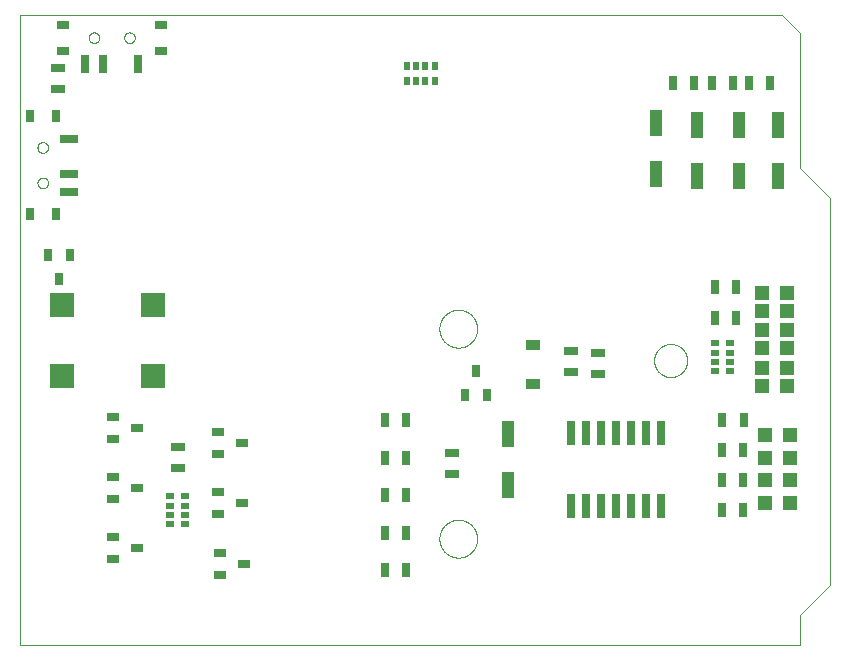
<source format=gtp>
G75*
%MOIN*%
%OFA0B0*%
%FSLAX25Y25*%
%IPPOS*%
%LPD*%
%AMOC8*
5,1,8,0,0,1.08239X$1,22.5*
%
%ADD10C,0.00004*%
%ADD11R,0.03150X0.04724*%
%ADD12R,0.04724X0.03150*%
%ADD13R,0.04200X0.08600*%
%ADD14R,0.04724X0.04724*%
%ADD15R,0.03150X0.03937*%
%ADD16R,0.05906X0.02756*%
%ADD17C,0.00000*%
%ADD18R,0.04803X0.03583*%
%ADD19R,0.02500X0.04000*%
%ADD20R,0.02600X0.08000*%
%ADD21R,0.04000X0.02500*%
%ADD22R,0.07874X0.07874*%
%ADD23R,0.02559X0.01969*%
%ADD24R,0.01969X0.02559*%
%ADD25R,0.03937X0.03150*%
%ADD26R,0.02756X0.05906*%
D10*
X0016500Y0005000D02*
X0276500Y0005000D01*
X0276500Y0015000D01*
X0286500Y0025000D01*
X0286500Y0154000D01*
X0276500Y0164000D01*
X0276500Y0209000D01*
X0270500Y0215000D01*
X0016500Y0215000D01*
X0016500Y0005000D01*
D11*
X0137957Y0030000D03*
X0145043Y0030000D03*
X0145043Y0042500D03*
X0137957Y0042500D03*
X0137957Y0055000D03*
X0145043Y0055000D03*
X0145043Y0067500D03*
X0137957Y0067500D03*
X0137957Y0080000D03*
X0145043Y0080000D03*
X0247957Y0114000D03*
X0255043Y0114000D03*
X0255043Y0124500D03*
X0247957Y0124500D03*
X0250557Y0080000D03*
X0257643Y0080000D03*
X0257543Y0070000D03*
X0250457Y0070000D03*
X0250457Y0060000D03*
X0257543Y0060000D03*
X0257543Y0050000D03*
X0250457Y0050000D03*
X0246957Y0192500D03*
X0241043Y0192500D03*
X0233957Y0192500D03*
X0254043Y0192500D03*
X0259457Y0192500D03*
X0266543Y0192500D03*
D12*
X0209000Y0102543D03*
X0209000Y0095457D03*
X0200000Y0095957D03*
X0200000Y0103043D03*
X0160500Y0069043D03*
X0160500Y0061957D03*
X0069000Y0063957D03*
X0069000Y0071043D03*
X0029000Y0190457D03*
X0029000Y0197543D03*
D13*
X0179000Y0075500D03*
X0179000Y0058500D03*
X0228500Y0162000D03*
X0242000Y0161500D03*
X0256000Y0161500D03*
X0269000Y0161500D03*
X0269000Y0178500D03*
X0256000Y0178500D03*
X0242000Y0178500D03*
X0228500Y0179000D03*
D14*
X0263866Y0122500D03*
X0263866Y0116500D03*
X0263866Y0110000D03*
X0263866Y0104000D03*
X0263866Y0097500D03*
X0263866Y0091500D03*
X0272134Y0091500D03*
X0272134Y0097500D03*
X0272134Y0104000D03*
X0272134Y0110000D03*
X0272134Y0116500D03*
X0272134Y0122500D03*
X0273134Y0075000D03*
X0264866Y0075000D03*
X0264866Y0067500D03*
X0264866Y0060000D03*
X0273134Y0060000D03*
X0273134Y0067500D03*
X0273134Y0052500D03*
X0264866Y0052500D03*
D15*
X0028331Y0148661D03*
X0019669Y0148661D03*
X0019669Y0181339D03*
X0028331Y0181339D03*
D16*
X0032858Y0173858D03*
X0032858Y0162047D03*
X0032858Y0156142D03*
D17*
X0022228Y0159094D02*
X0022230Y0159178D01*
X0022236Y0159261D01*
X0022246Y0159344D01*
X0022260Y0159427D01*
X0022277Y0159509D01*
X0022299Y0159590D01*
X0022324Y0159669D01*
X0022353Y0159748D01*
X0022386Y0159825D01*
X0022422Y0159900D01*
X0022462Y0159974D01*
X0022505Y0160046D01*
X0022552Y0160115D01*
X0022602Y0160182D01*
X0022655Y0160247D01*
X0022711Y0160309D01*
X0022769Y0160369D01*
X0022831Y0160426D01*
X0022895Y0160479D01*
X0022962Y0160530D01*
X0023031Y0160577D01*
X0023102Y0160622D01*
X0023175Y0160662D01*
X0023250Y0160699D01*
X0023327Y0160733D01*
X0023405Y0160763D01*
X0023484Y0160789D01*
X0023565Y0160812D01*
X0023647Y0160830D01*
X0023729Y0160845D01*
X0023812Y0160856D01*
X0023895Y0160863D01*
X0023979Y0160866D01*
X0024063Y0160865D01*
X0024146Y0160860D01*
X0024230Y0160851D01*
X0024312Y0160838D01*
X0024394Y0160822D01*
X0024475Y0160801D01*
X0024556Y0160777D01*
X0024634Y0160749D01*
X0024712Y0160717D01*
X0024788Y0160681D01*
X0024862Y0160642D01*
X0024934Y0160600D01*
X0025004Y0160554D01*
X0025072Y0160505D01*
X0025137Y0160453D01*
X0025200Y0160398D01*
X0025260Y0160340D01*
X0025318Y0160279D01*
X0025372Y0160215D01*
X0025424Y0160149D01*
X0025472Y0160081D01*
X0025517Y0160010D01*
X0025558Y0159937D01*
X0025597Y0159863D01*
X0025631Y0159787D01*
X0025662Y0159709D01*
X0025689Y0159630D01*
X0025713Y0159549D01*
X0025732Y0159468D01*
X0025748Y0159386D01*
X0025760Y0159303D01*
X0025768Y0159219D01*
X0025772Y0159136D01*
X0025772Y0159052D01*
X0025768Y0158969D01*
X0025760Y0158885D01*
X0025748Y0158802D01*
X0025732Y0158720D01*
X0025713Y0158639D01*
X0025689Y0158558D01*
X0025662Y0158479D01*
X0025631Y0158401D01*
X0025597Y0158325D01*
X0025558Y0158251D01*
X0025517Y0158178D01*
X0025472Y0158107D01*
X0025424Y0158039D01*
X0025372Y0157973D01*
X0025318Y0157909D01*
X0025260Y0157848D01*
X0025200Y0157790D01*
X0025137Y0157735D01*
X0025072Y0157683D01*
X0025004Y0157634D01*
X0024934Y0157588D01*
X0024862Y0157546D01*
X0024788Y0157507D01*
X0024712Y0157471D01*
X0024634Y0157439D01*
X0024556Y0157411D01*
X0024475Y0157387D01*
X0024394Y0157366D01*
X0024312Y0157350D01*
X0024230Y0157337D01*
X0024146Y0157328D01*
X0024063Y0157323D01*
X0023979Y0157322D01*
X0023895Y0157325D01*
X0023812Y0157332D01*
X0023729Y0157343D01*
X0023647Y0157358D01*
X0023565Y0157376D01*
X0023484Y0157399D01*
X0023405Y0157425D01*
X0023327Y0157455D01*
X0023250Y0157489D01*
X0023175Y0157526D01*
X0023102Y0157566D01*
X0023031Y0157611D01*
X0022962Y0157658D01*
X0022895Y0157709D01*
X0022831Y0157762D01*
X0022769Y0157819D01*
X0022711Y0157879D01*
X0022655Y0157941D01*
X0022602Y0158006D01*
X0022552Y0158073D01*
X0022505Y0158142D01*
X0022462Y0158214D01*
X0022422Y0158288D01*
X0022386Y0158363D01*
X0022353Y0158440D01*
X0022324Y0158519D01*
X0022299Y0158598D01*
X0022277Y0158679D01*
X0022260Y0158761D01*
X0022246Y0158844D01*
X0022236Y0158927D01*
X0022230Y0159010D01*
X0022228Y0159094D01*
X0022228Y0170906D02*
X0022230Y0170990D01*
X0022236Y0171073D01*
X0022246Y0171156D01*
X0022260Y0171239D01*
X0022277Y0171321D01*
X0022299Y0171402D01*
X0022324Y0171481D01*
X0022353Y0171560D01*
X0022386Y0171637D01*
X0022422Y0171712D01*
X0022462Y0171786D01*
X0022505Y0171858D01*
X0022552Y0171927D01*
X0022602Y0171994D01*
X0022655Y0172059D01*
X0022711Y0172121D01*
X0022769Y0172181D01*
X0022831Y0172238D01*
X0022895Y0172291D01*
X0022962Y0172342D01*
X0023031Y0172389D01*
X0023102Y0172434D01*
X0023175Y0172474D01*
X0023250Y0172511D01*
X0023327Y0172545D01*
X0023405Y0172575D01*
X0023484Y0172601D01*
X0023565Y0172624D01*
X0023647Y0172642D01*
X0023729Y0172657D01*
X0023812Y0172668D01*
X0023895Y0172675D01*
X0023979Y0172678D01*
X0024063Y0172677D01*
X0024146Y0172672D01*
X0024230Y0172663D01*
X0024312Y0172650D01*
X0024394Y0172634D01*
X0024475Y0172613D01*
X0024556Y0172589D01*
X0024634Y0172561D01*
X0024712Y0172529D01*
X0024788Y0172493D01*
X0024862Y0172454D01*
X0024934Y0172412D01*
X0025004Y0172366D01*
X0025072Y0172317D01*
X0025137Y0172265D01*
X0025200Y0172210D01*
X0025260Y0172152D01*
X0025318Y0172091D01*
X0025372Y0172027D01*
X0025424Y0171961D01*
X0025472Y0171893D01*
X0025517Y0171822D01*
X0025558Y0171749D01*
X0025597Y0171675D01*
X0025631Y0171599D01*
X0025662Y0171521D01*
X0025689Y0171442D01*
X0025713Y0171361D01*
X0025732Y0171280D01*
X0025748Y0171198D01*
X0025760Y0171115D01*
X0025768Y0171031D01*
X0025772Y0170948D01*
X0025772Y0170864D01*
X0025768Y0170781D01*
X0025760Y0170697D01*
X0025748Y0170614D01*
X0025732Y0170532D01*
X0025713Y0170451D01*
X0025689Y0170370D01*
X0025662Y0170291D01*
X0025631Y0170213D01*
X0025597Y0170137D01*
X0025558Y0170063D01*
X0025517Y0169990D01*
X0025472Y0169919D01*
X0025424Y0169851D01*
X0025372Y0169785D01*
X0025318Y0169721D01*
X0025260Y0169660D01*
X0025200Y0169602D01*
X0025137Y0169547D01*
X0025072Y0169495D01*
X0025004Y0169446D01*
X0024934Y0169400D01*
X0024862Y0169358D01*
X0024788Y0169319D01*
X0024712Y0169283D01*
X0024634Y0169251D01*
X0024556Y0169223D01*
X0024475Y0169199D01*
X0024394Y0169178D01*
X0024312Y0169162D01*
X0024230Y0169149D01*
X0024146Y0169140D01*
X0024063Y0169135D01*
X0023979Y0169134D01*
X0023895Y0169137D01*
X0023812Y0169144D01*
X0023729Y0169155D01*
X0023647Y0169170D01*
X0023565Y0169188D01*
X0023484Y0169211D01*
X0023405Y0169237D01*
X0023327Y0169267D01*
X0023250Y0169301D01*
X0023175Y0169338D01*
X0023102Y0169378D01*
X0023031Y0169423D01*
X0022962Y0169470D01*
X0022895Y0169521D01*
X0022831Y0169574D01*
X0022769Y0169631D01*
X0022711Y0169691D01*
X0022655Y0169753D01*
X0022602Y0169818D01*
X0022552Y0169885D01*
X0022505Y0169954D01*
X0022462Y0170026D01*
X0022422Y0170100D01*
X0022386Y0170175D01*
X0022353Y0170252D01*
X0022324Y0170331D01*
X0022299Y0170410D01*
X0022277Y0170491D01*
X0022260Y0170573D01*
X0022246Y0170656D01*
X0022236Y0170739D01*
X0022230Y0170822D01*
X0022228Y0170906D01*
X0039322Y0207500D02*
X0039324Y0207584D01*
X0039330Y0207667D01*
X0039340Y0207750D01*
X0039354Y0207833D01*
X0039371Y0207915D01*
X0039393Y0207996D01*
X0039418Y0208075D01*
X0039447Y0208154D01*
X0039480Y0208231D01*
X0039516Y0208306D01*
X0039556Y0208380D01*
X0039599Y0208452D01*
X0039646Y0208521D01*
X0039696Y0208588D01*
X0039749Y0208653D01*
X0039805Y0208715D01*
X0039863Y0208775D01*
X0039925Y0208832D01*
X0039989Y0208885D01*
X0040056Y0208936D01*
X0040125Y0208983D01*
X0040196Y0209028D01*
X0040269Y0209068D01*
X0040344Y0209105D01*
X0040421Y0209139D01*
X0040499Y0209169D01*
X0040578Y0209195D01*
X0040659Y0209218D01*
X0040741Y0209236D01*
X0040823Y0209251D01*
X0040906Y0209262D01*
X0040989Y0209269D01*
X0041073Y0209272D01*
X0041157Y0209271D01*
X0041240Y0209266D01*
X0041324Y0209257D01*
X0041406Y0209244D01*
X0041488Y0209228D01*
X0041569Y0209207D01*
X0041650Y0209183D01*
X0041728Y0209155D01*
X0041806Y0209123D01*
X0041882Y0209087D01*
X0041956Y0209048D01*
X0042028Y0209006D01*
X0042098Y0208960D01*
X0042166Y0208911D01*
X0042231Y0208859D01*
X0042294Y0208804D01*
X0042354Y0208746D01*
X0042412Y0208685D01*
X0042466Y0208621D01*
X0042518Y0208555D01*
X0042566Y0208487D01*
X0042611Y0208416D01*
X0042652Y0208343D01*
X0042691Y0208269D01*
X0042725Y0208193D01*
X0042756Y0208115D01*
X0042783Y0208036D01*
X0042807Y0207955D01*
X0042826Y0207874D01*
X0042842Y0207792D01*
X0042854Y0207709D01*
X0042862Y0207625D01*
X0042866Y0207542D01*
X0042866Y0207458D01*
X0042862Y0207375D01*
X0042854Y0207291D01*
X0042842Y0207208D01*
X0042826Y0207126D01*
X0042807Y0207045D01*
X0042783Y0206964D01*
X0042756Y0206885D01*
X0042725Y0206807D01*
X0042691Y0206731D01*
X0042652Y0206657D01*
X0042611Y0206584D01*
X0042566Y0206513D01*
X0042518Y0206445D01*
X0042466Y0206379D01*
X0042412Y0206315D01*
X0042354Y0206254D01*
X0042294Y0206196D01*
X0042231Y0206141D01*
X0042166Y0206089D01*
X0042098Y0206040D01*
X0042028Y0205994D01*
X0041956Y0205952D01*
X0041882Y0205913D01*
X0041806Y0205877D01*
X0041728Y0205845D01*
X0041650Y0205817D01*
X0041569Y0205793D01*
X0041488Y0205772D01*
X0041406Y0205756D01*
X0041324Y0205743D01*
X0041240Y0205734D01*
X0041157Y0205729D01*
X0041073Y0205728D01*
X0040989Y0205731D01*
X0040906Y0205738D01*
X0040823Y0205749D01*
X0040741Y0205764D01*
X0040659Y0205782D01*
X0040578Y0205805D01*
X0040499Y0205831D01*
X0040421Y0205861D01*
X0040344Y0205895D01*
X0040269Y0205932D01*
X0040196Y0205972D01*
X0040125Y0206017D01*
X0040056Y0206064D01*
X0039989Y0206115D01*
X0039925Y0206168D01*
X0039863Y0206225D01*
X0039805Y0206285D01*
X0039749Y0206347D01*
X0039696Y0206412D01*
X0039646Y0206479D01*
X0039599Y0206548D01*
X0039556Y0206620D01*
X0039516Y0206694D01*
X0039480Y0206769D01*
X0039447Y0206846D01*
X0039418Y0206925D01*
X0039393Y0207004D01*
X0039371Y0207085D01*
X0039354Y0207167D01*
X0039340Y0207250D01*
X0039330Y0207333D01*
X0039324Y0207416D01*
X0039322Y0207500D01*
X0051134Y0207500D02*
X0051136Y0207584D01*
X0051142Y0207667D01*
X0051152Y0207750D01*
X0051166Y0207833D01*
X0051183Y0207915D01*
X0051205Y0207996D01*
X0051230Y0208075D01*
X0051259Y0208154D01*
X0051292Y0208231D01*
X0051328Y0208306D01*
X0051368Y0208380D01*
X0051411Y0208452D01*
X0051458Y0208521D01*
X0051508Y0208588D01*
X0051561Y0208653D01*
X0051617Y0208715D01*
X0051675Y0208775D01*
X0051737Y0208832D01*
X0051801Y0208885D01*
X0051868Y0208936D01*
X0051937Y0208983D01*
X0052008Y0209028D01*
X0052081Y0209068D01*
X0052156Y0209105D01*
X0052233Y0209139D01*
X0052311Y0209169D01*
X0052390Y0209195D01*
X0052471Y0209218D01*
X0052553Y0209236D01*
X0052635Y0209251D01*
X0052718Y0209262D01*
X0052801Y0209269D01*
X0052885Y0209272D01*
X0052969Y0209271D01*
X0053052Y0209266D01*
X0053136Y0209257D01*
X0053218Y0209244D01*
X0053300Y0209228D01*
X0053381Y0209207D01*
X0053462Y0209183D01*
X0053540Y0209155D01*
X0053618Y0209123D01*
X0053694Y0209087D01*
X0053768Y0209048D01*
X0053840Y0209006D01*
X0053910Y0208960D01*
X0053978Y0208911D01*
X0054043Y0208859D01*
X0054106Y0208804D01*
X0054166Y0208746D01*
X0054224Y0208685D01*
X0054278Y0208621D01*
X0054330Y0208555D01*
X0054378Y0208487D01*
X0054423Y0208416D01*
X0054464Y0208343D01*
X0054503Y0208269D01*
X0054537Y0208193D01*
X0054568Y0208115D01*
X0054595Y0208036D01*
X0054619Y0207955D01*
X0054638Y0207874D01*
X0054654Y0207792D01*
X0054666Y0207709D01*
X0054674Y0207625D01*
X0054678Y0207542D01*
X0054678Y0207458D01*
X0054674Y0207375D01*
X0054666Y0207291D01*
X0054654Y0207208D01*
X0054638Y0207126D01*
X0054619Y0207045D01*
X0054595Y0206964D01*
X0054568Y0206885D01*
X0054537Y0206807D01*
X0054503Y0206731D01*
X0054464Y0206657D01*
X0054423Y0206584D01*
X0054378Y0206513D01*
X0054330Y0206445D01*
X0054278Y0206379D01*
X0054224Y0206315D01*
X0054166Y0206254D01*
X0054106Y0206196D01*
X0054043Y0206141D01*
X0053978Y0206089D01*
X0053910Y0206040D01*
X0053840Y0205994D01*
X0053768Y0205952D01*
X0053694Y0205913D01*
X0053618Y0205877D01*
X0053540Y0205845D01*
X0053462Y0205817D01*
X0053381Y0205793D01*
X0053300Y0205772D01*
X0053218Y0205756D01*
X0053136Y0205743D01*
X0053052Y0205734D01*
X0052969Y0205729D01*
X0052885Y0205728D01*
X0052801Y0205731D01*
X0052718Y0205738D01*
X0052635Y0205749D01*
X0052553Y0205764D01*
X0052471Y0205782D01*
X0052390Y0205805D01*
X0052311Y0205831D01*
X0052233Y0205861D01*
X0052156Y0205895D01*
X0052081Y0205932D01*
X0052008Y0205972D01*
X0051937Y0206017D01*
X0051868Y0206064D01*
X0051801Y0206115D01*
X0051737Y0206168D01*
X0051675Y0206225D01*
X0051617Y0206285D01*
X0051561Y0206347D01*
X0051508Y0206412D01*
X0051458Y0206479D01*
X0051411Y0206548D01*
X0051368Y0206620D01*
X0051328Y0206694D01*
X0051292Y0206769D01*
X0051259Y0206846D01*
X0051230Y0206925D01*
X0051205Y0207004D01*
X0051183Y0207085D01*
X0051166Y0207167D01*
X0051152Y0207250D01*
X0051142Y0207333D01*
X0051136Y0207416D01*
X0051134Y0207500D01*
X0156201Y0110500D02*
X0156203Y0110658D01*
X0156209Y0110816D01*
X0156219Y0110974D01*
X0156233Y0111132D01*
X0156251Y0111289D01*
X0156272Y0111446D01*
X0156298Y0111602D01*
X0156328Y0111758D01*
X0156361Y0111913D01*
X0156399Y0112066D01*
X0156440Y0112219D01*
X0156485Y0112371D01*
X0156534Y0112522D01*
X0156587Y0112671D01*
X0156643Y0112819D01*
X0156703Y0112965D01*
X0156767Y0113110D01*
X0156835Y0113253D01*
X0156906Y0113395D01*
X0156980Y0113535D01*
X0157058Y0113672D01*
X0157140Y0113808D01*
X0157224Y0113942D01*
X0157313Y0114073D01*
X0157404Y0114202D01*
X0157499Y0114329D01*
X0157596Y0114454D01*
X0157697Y0114576D01*
X0157801Y0114695D01*
X0157908Y0114812D01*
X0158018Y0114926D01*
X0158131Y0115037D01*
X0158246Y0115146D01*
X0158364Y0115251D01*
X0158485Y0115353D01*
X0158608Y0115453D01*
X0158734Y0115549D01*
X0158862Y0115642D01*
X0158992Y0115732D01*
X0159125Y0115818D01*
X0159260Y0115902D01*
X0159396Y0115981D01*
X0159535Y0116058D01*
X0159676Y0116130D01*
X0159818Y0116200D01*
X0159962Y0116265D01*
X0160108Y0116327D01*
X0160255Y0116385D01*
X0160404Y0116440D01*
X0160554Y0116491D01*
X0160705Y0116538D01*
X0160857Y0116581D01*
X0161010Y0116620D01*
X0161165Y0116656D01*
X0161320Y0116687D01*
X0161476Y0116715D01*
X0161632Y0116739D01*
X0161789Y0116759D01*
X0161947Y0116775D01*
X0162104Y0116787D01*
X0162263Y0116795D01*
X0162421Y0116799D01*
X0162579Y0116799D01*
X0162737Y0116795D01*
X0162896Y0116787D01*
X0163053Y0116775D01*
X0163211Y0116759D01*
X0163368Y0116739D01*
X0163524Y0116715D01*
X0163680Y0116687D01*
X0163835Y0116656D01*
X0163990Y0116620D01*
X0164143Y0116581D01*
X0164295Y0116538D01*
X0164446Y0116491D01*
X0164596Y0116440D01*
X0164745Y0116385D01*
X0164892Y0116327D01*
X0165038Y0116265D01*
X0165182Y0116200D01*
X0165324Y0116130D01*
X0165465Y0116058D01*
X0165604Y0115981D01*
X0165740Y0115902D01*
X0165875Y0115818D01*
X0166008Y0115732D01*
X0166138Y0115642D01*
X0166266Y0115549D01*
X0166392Y0115453D01*
X0166515Y0115353D01*
X0166636Y0115251D01*
X0166754Y0115146D01*
X0166869Y0115037D01*
X0166982Y0114926D01*
X0167092Y0114812D01*
X0167199Y0114695D01*
X0167303Y0114576D01*
X0167404Y0114454D01*
X0167501Y0114329D01*
X0167596Y0114202D01*
X0167687Y0114073D01*
X0167776Y0113942D01*
X0167860Y0113808D01*
X0167942Y0113672D01*
X0168020Y0113535D01*
X0168094Y0113395D01*
X0168165Y0113253D01*
X0168233Y0113110D01*
X0168297Y0112965D01*
X0168357Y0112819D01*
X0168413Y0112671D01*
X0168466Y0112522D01*
X0168515Y0112371D01*
X0168560Y0112219D01*
X0168601Y0112066D01*
X0168639Y0111913D01*
X0168672Y0111758D01*
X0168702Y0111602D01*
X0168728Y0111446D01*
X0168749Y0111289D01*
X0168767Y0111132D01*
X0168781Y0110974D01*
X0168791Y0110816D01*
X0168797Y0110658D01*
X0168799Y0110500D01*
X0168797Y0110342D01*
X0168791Y0110184D01*
X0168781Y0110026D01*
X0168767Y0109868D01*
X0168749Y0109711D01*
X0168728Y0109554D01*
X0168702Y0109398D01*
X0168672Y0109242D01*
X0168639Y0109087D01*
X0168601Y0108934D01*
X0168560Y0108781D01*
X0168515Y0108629D01*
X0168466Y0108478D01*
X0168413Y0108329D01*
X0168357Y0108181D01*
X0168297Y0108035D01*
X0168233Y0107890D01*
X0168165Y0107747D01*
X0168094Y0107605D01*
X0168020Y0107465D01*
X0167942Y0107328D01*
X0167860Y0107192D01*
X0167776Y0107058D01*
X0167687Y0106927D01*
X0167596Y0106798D01*
X0167501Y0106671D01*
X0167404Y0106546D01*
X0167303Y0106424D01*
X0167199Y0106305D01*
X0167092Y0106188D01*
X0166982Y0106074D01*
X0166869Y0105963D01*
X0166754Y0105854D01*
X0166636Y0105749D01*
X0166515Y0105647D01*
X0166392Y0105547D01*
X0166266Y0105451D01*
X0166138Y0105358D01*
X0166008Y0105268D01*
X0165875Y0105182D01*
X0165740Y0105098D01*
X0165604Y0105019D01*
X0165465Y0104942D01*
X0165324Y0104870D01*
X0165182Y0104800D01*
X0165038Y0104735D01*
X0164892Y0104673D01*
X0164745Y0104615D01*
X0164596Y0104560D01*
X0164446Y0104509D01*
X0164295Y0104462D01*
X0164143Y0104419D01*
X0163990Y0104380D01*
X0163835Y0104344D01*
X0163680Y0104313D01*
X0163524Y0104285D01*
X0163368Y0104261D01*
X0163211Y0104241D01*
X0163053Y0104225D01*
X0162896Y0104213D01*
X0162737Y0104205D01*
X0162579Y0104201D01*
X0162421Y0104201D01*
X0162263Y0104205D01*
X0162104Y0104213D01*
X0161947Y0104225D01*
X0161789Y0104241D01*
X0161632Y0104261D01*
X0161476Y0104285D01*
X0161320Y0104313D01*
X0161165Y0104344D01*
X0161010Y0104380D01*
X0160857Y0104419D01*
X0160705Y0104462D01*
X0160554Y0104509D01*
X0160404Y0104560D01*
X0160255Y0104615D01*
X0160108Y0104673D01*
X0159962Y0104735D01*
X0159818Y0104800D01*
X0159676Y0104870D01*
X0159535Y0104942D01*
X0159396Y0105019D01*
X0159260Y0105098D01*
X0159125Y0105182D01*
X0158992Y0105268D01*
X0158862Y0105358D01*
X0158734Y0105451D01*
X0158608Y0105547D01*
X0158485Y0105647D01*
X0158364Y0105749D01*
X0158246Y0105854D01*
X0158131Y0105963D01*
X0158018Y0106074D01*
X0157908Y0106188D01*
X0157801Y0106305D01*
X0157697Y0106424D01*
X0157596Y0106546D01*
X0157499Y0106671D01*
X0157404Y0106798D01*
X0157313Y0106927D01*
X0157224Y0107058D01*
X0157140Y0107192D01*
X0157058Y0107328D01*
X0156980Y0107465D01*
X0156906Y0107605D01*
X0156835Y0107747D01*
X0156767Y0107890D01*
X0156703Y0108035D01*
X0156643Y0108181D01*
X0156587Y0108329D01*
X0156534Y0108478D01*
X0156485Y0108629D01*
X0156440Y0108781D01*
X0156399Y0108934D01*
X0156361Y0109087D01*
X0156328Y0109242D01*
X0156298Y0109398D01*
X0156272Y0109554D01*
X0156251Y0109711D01*
X0156233Y0109868D01*
X0156219Y0110026D01*
X0156209Y0110184D01*
X0156203Y0110342D01*
X0156201Y0110500D01*
X0227788Y0099900D02*
X0227790Y0100048D01*
X0227796Y0100196D01*
X0227806Y0100344D01*
X0227820Y0100491D01*
X0227838Y0100638D01*
X0227859Y0100784D01*
X0227885Y0100930D01*
X0227915Y0101075D01*
X0227948Y0101219D01*
X0227986Y0101362D01*
X0228027Y0101504D01*
X0228072Y0101645D01*
X0228120Y0101785D01*
X0228173Y0101924D01*
X0228229Y0102061D01*
X0228289Y0102196D01*
X0228352Y0102330D01*
X0228419Y0102462D01*
X0228490Y0102592D01*
X0228564Y0102720D01*
X0228641Y0102846D01*
X0228722Y0102970D01*
X0228806Y0103092D01*
X0228893Y0103211D01*
X0228984Y0103328D01*
X0229078Y0103443D01*
X0229174Y0103555D01*
X0229274Y0103665D01*
X0229376Y0103771D01*
X0229482Y0103875D01*
X0229590Y0103976D01*
X0229701Y0104074D01*
X0229814Y0104170D01*
X0229930Y0104262D01*
X0230048Y0104351D01*
X0230169Y0104436D01*
X0230292Y0104519D01*
X0230417Y0104598D01*
X0230544Y0104674D01*
X0230673Y0104746D01*
X0230804Y0104815D01*
X0230937Y0104880D01*
X0231072Y0104941D01*
X0231208Y0104999D01*
X0231345Y0105054D01*
X0231484Y0105104D01*
X0231625Y0105151D01*
X0231766Y0105194D01*
X0231909Y0105234D01*
X0232053Y0105269D01*
X0232197Y0105301D01*
X0232343Y0105328D01*
X0232489Y0105352D01*
X0232636Y0105372D01*
X0232783Y0105388D01*
X0232930Y0105400D01*
X0233078Y0105408D01*
X0233226Y0105412D01*
X0233374Y0105412D01*
X0233522Y0105408D01*
X0233670Y0105400D01*
X0233817Y0105388D01*
X0233964Y0105372D01*
X0234111Y0105352D01*
X0234257Y0105328D01*
X0234403Y0105301D01*
X0234547Y0105269D01*
X0234691Y0105234D01*
X0234834Y0105194D01*
X0234975Y0105151D01*
X0235116Y0105104D01*
X0235255Y0105054D01*
X0235392Y0104999D01*
X0235528Y0104941D01*
X0235663Y0104880D01*
X0235796Y0104815D01*
X0235927Y0104746D01*
X0236056Y0104674D01*
X0236183Y0104598D01*
X0236308Y0104519D01*
X0236431Y0104436D01*
X0236552Y0104351D01*
X0236670Y0104262D01*
X0236786Y0104170D01*
X0236899Y0104074D01*
X0237010Y0103976D01*
X0237118Y0103875D01*
X0237224Y0103771D01*
X0237326Y0103665D01*
X0237426Y0103555D01*
X0237522Y0103443D01*
X0237616Y0103328D01*
X0237707Y0103211D01*
X0237794Y0103092D01*
X0237878Y0102970D01*
X0237959Y0102846D01*
X0238036Y0102720D01*
X0238110Y0102592D01*
X0238181Y0102462D01*
X0238248Y0102330D01*
X0238311Y0102196D01*
X0238371Y0102061D01*
X0238427Y0101924D01*
X0238480Y0101785D01*
X0238528Y0101645D01*
X0238573Y0101504D01*
X0238614Y0101362D01*
X0238652Y0101219D01*
X0238685Y0101075D01*
X0238715Y0100930D01*
X0238741Y0100784D01*
X0238762Y0100638D01*
X0238780Y0100491D01*
X0238794Y0100344D01*
X0238804Y0100196D01*
X0238810Y0100048D01*
X0238812Y0099900D01*
X0238810Y0099752D01*
X0238804Y0099604D01*
X0238794Y0099456D01*
X0238780Y0099309D01*
X0238762Y0099162D01*
X0238741Y0099016D01*
X0238715Y0098870D01*
X0238685Y0098725D01*
X0238652Y0098581D01*
X0238614Y0098438D01*
X0238573Y0098296D01*
X0238528Y0098155D01*
X0238480Y0098015D01*
X0238427Y0097876D01*
X0238371Y0097739D01*
X0238311Y0097604D01*
X0238248Y0097470D01*
X0238181Y0097338D01*
X0238110Y0097208D01*
X0238036Y0097080D01*
X0237959Y0096954D01*
X0237878Y0096830D01*
X0237794Y0096708D01*
X0237707Y0096589D01*
X0237616Y0096472D01*
X0237522Y0096357D01*
X0237426Y0096245D01*
X0237326Y0096135D01*
X0237224Y0096029D01*
X0237118Y0095925D01*
X0237010Y0095824D01*
X0236899Y0095726D01*
X0236786Y0095630D01*
X0236670Y0095538D01*
X0236552Y0095449D01*
X0236431Y0095364D01*
X0236308Y0095281D01*
X0236183Y0095202D01*
X0236056Y0095126D01*
X0235927Y0095054D01*
X0235796Y0094985D01*
X0235663Y0094920D01*
X0235528Y0094859D01*
X0235392Y0094801D01*
X0235255Y0094746D01*
X0235116Y0094696D01*
X0234975Y0094649D01*
X0234834Y0094606D01*
X0234691Y0094566D01*
X0234547Y0094531D01*
X0234403Y0094499D01*
X0234257Y0094472D01*
X0234111Y0094448D01*
X0233964Y0094428D01*
X0233817Y0094412D01*
X0233670Y0094400D01*
X0233522Y0094392D01*
X0233374Y0094388D01*
X0233226Y0094388D01*
X0233078Y0094392D01*
X0232930Y0094400D01*
X0232783Y0094412D01*
X0232636Y0094428D01*
X0232489Y0094448D01*
X0232343Y0094472D01*
X0232197Y0094499D01*
X0232053Y0094531D01*
X0231909Y0094566D01*
X0231766Y0094606D01*
X0231625Y0094649D01*
X0231484Y0094696D01*
X0231345Y0094746D01*
X0231208Y0094801D01*
X0231072Y0094859D01*
X0230937Y0094920D01*
X0230804Y0094985D01*
X0230673Y0095054D01*
X0230544Y0095126D01*
X0230417Y0095202D01*
X0230292Y0095281D01*
X0230169Y0095364D01*
X0230048Y0095449D01*
X0229930Y0095538D01*
X0229814Y0095630D01*
X0229701Y0095726D01*
X0229590Y0095824D01*
X0229482Y0095925D01*
X0229376Y0096029D01*
X0229274Y0096135D01*
X0229174Y0096245D01*
X0229078Y0096357D01*
X0228984Y0096472D01*
X0228893Y0096589D01*
X0228806Y0096708D01*
X0228722Y0096830D01*
X0228641Y0096954D01*
X0228564Y0097080D01*
X0228490Y0097208D01*
X0228419Y0097338D01*
X0228352Y0097470D01*
X0228289Y0097604D01*
X0228229Y0097739D01*
X0228173Y0097876D01*
X0228120Y0098015D01*
X0228072Y0098155D01*
X0228027Y0098296D01*
X0227986Y0098438D01*
X0227948Y0098581D01*
X0227915Y0098725D01*
X0227885Y0098870D01*
X0227859Y0099016D01*
X0227838Y0099162D01*
X0227820Y0099309D01*
X0227806Y0099456D01*
X0227796Y0099604D01*
X0227790Y0099752D01*
X0227788Y0099900D01*
X0156201Y0040500D02*
X0156203Y0040658D01*
X0156209Y0040816D01*
X0156219Y0040974D01*
X0156233Y0041132D01*
X0156251Y0041289D01*
X0156272Y0041446D01*
X0156298Y0041602D01*
X0156328Y0041758D01*
X0156361Y0041913D01*
X0156399Y0042066D01*
X0156440Y0042219D01*
X0156485Y0042371D01*
X0156534Y0042522D01*
X0156587Y0042671D01*
X0156643Y0042819D01*
X0156703Y0042965D01*
X0156767Y0043110D01*
X0156835Y0043253D01*
X0156906Y0043395D01*
X0156980Y0043535D01*
X0157058Y0043672D01*
X0157140Y0043808D01*
X0157224Y0043942D01*
X0157313Y0044073D01*
X0157404Y0044202D01*
X0157499Y0044329D01*
X0157596Y0044454D01*
X0157697Y0044576D01*
X0157801Y0044695D01*
X0157908Y0044812D01*
X0158018Y0044926D01*
X0158131Y0045037D01*
X0158246Y0045146D01*
X0158364Y0045251D01*
X0158485Y0045353D01*
X0158608Y0045453D01*
X0158734Y0045549D01*
X0158862Y0045642D01*
X0158992Y0045732D01*
X0159125Y0045818D01*
X0159260Y0045902D01*
X0159396Y0045981D01*
X0159535Y0046058D01*
X0159676Y0046130D01*
X0159818Y0046200D01*
X0159962Y0046265D01*
X0160108Y0046327D01*
X0160255Y0046385D01*
X0160404Y0046440D01*
X0160554Y0046491D01*
X0160705Y0046538D01*
X0160857Y0046581D01*
X0161010Y0046620D01*
X0161165Y0046656D01*
X0161320Y0046687D01*
X0161476Y0046715D01*
X0161632Y0046739D01*
X0161789Y0046759D01*
X0161947Y0046775D01*
X0162104Y0046787D01*
X0162263Y0046795D01*
X0162421Y0046799D01*
X0162579Y0046799D01*
X0162737Y0046795D01*
X0162896Y0046787D01*
X0163053Y0046775D01*
X0163211Y0046759D01*
X0163368Y0046739D01*
X0163524Y0046715D01*
X0163680Y0046687D01*
X0163835Y0046656D01*
X0163990Y0046620D01*
X0164143Y0046581D01*
X0164295Y0046538D01*
X0164446Y0046491D01*
X0164596Y0046440D01*
X0164745Y0046385D01*
X0164892Y0046327D01*
X0165038Y0046265D01*
X0165182Y0046200D01*
X0165324Y0046130D01*
X0165465Y0046058D01*
X0165604Y0045981D01*
X0165740Y0045902D01*
X0165875Y0045818D01*
X0166008Y0045732D01*
X0166138Y0045642D01*
X0166266Y0045549D01*
X0166392Y0045453D01*
X0166515Y0045353D01*
X0166636Y0045251D01*
X0166754Y0045146D01*
X0166869Y0045037D01*
X0166982Y0044926D01*
X0167092Y0044812D01*
X0167199Y0044695D01*
X0167303Y0044576D01*
X0167404Y0044454D01*
X0167501Y0044329D01*
X0167596Y0044202D01*
X0167687Y0044073D01*
X0167776Y0043942D01*
X0167860Y0043808D01*
X0167942Y0043672D01*
X0168020Y0043535D01*
X0168094Y0043395D01*
X0168165Y0043253D01*
X0168233Y0043110D01*
X0168297Y0042965D01*
X0168357Y0042819D01*
X0168413Y0042671D01*
X0168466Y0042522D01*
X0168515Y0042371D01*
X0168560Y0042219D01*
X0168601Y0042066D01*
X0168639Y0041913D01*
X0168672Y0041758D01*
X0168702Y0041602D01*
X0168728Y0041446D01*
X0168749Y0041289D01*
X0168767Y0041132D01*
X0168781Y0040974D01*
X0168791Y0040816D01*
X0168797Y0040658D01*
X0168799Y0040500D01*
X0168797Y0040342D01*
X0168791Y0040184D01*
X0168781Y0040026D01*
X0168767Y0039868D01*
X0168749Y0039711D01*
X0168728Y0039554D01*
X0168702Y0039398D01*
X0168672Y0039242D01*
X0168639Y0039087D01*
X0168601Y0038934D01*
X0168560Y0038781D01*
X0168515Y0038629D01*
X0168466Y0038478D01*
X0168413Y0038329D01*
X0168357Y0038181D01*
X0168297Y0038035D01*
X0168233Y0037890D01*
X0168165Y0037747D01*
X0168094Y0037605D01*
X0168020Y0037465D01*
X0167942Y0037328D01*
X0167860Y0037192D01*
X0167776Y0037058D01*
X0167687Y0036927D01*
X0167596Y0036798D01*
X0167501Y0036671D01*
X0167404Y0036546D01*
X0167303Y0036424D01*
X0167199Y0036305D01*
X0167092Y0036188D01*
X0166982Y0036074D01*
X0166869Y0035963D01*
X0166754Y0035854D01*
X0166636Y0035749D01*
X0166515Y0035647D01*
X0166392Y0035547D01*
X0166266Y0035451D01*
X0166138Y0035358D01*
X0166008Y0035268D01*
X0165875Y0035182D01*
X0165740Y0035098D01*
X0165604Y0035019D01*
X0165465Y0034942D01*
X0165324Y0034870D01*
X0165182Y0034800D01*
X0165038Y0034735D01*
X0164892Y0034673D01*
X0164745Y0034615D01*
X0164596Y0034560D01*
X0164446Y0034509D01*
X0164295Y0034462D01*
X0164143Y0034419D01*
X0163990Y0034380D01*
X0163835Y0034344D01*
X0163680Y0034313D01*
X0163524Y0034285D01*
X0163368Y0034261D01*
X0163211Y0034241D01*
X0163053Y0034225D01*
X0162896Y0034213D01*
X0162737Y0034205D01*
X0162579Y0034201D01*
X0162421Y0034201D01*
X0162263Y0034205D01*
X0162104Y0034213D01*
X0161947Y0034225D01*
X0161789Y0034241D01*
X0161632Y0034261D01*
X0161476Y0034285D01*
X0161320Y0034313D01*
X0161165Y0034344D01*
X0161010Y0034380D01*
X0160857Y0034419D01*
X0160705Y0034462D01*
X0160554Y0034509D01*
X0160404Y0034560D01*
X0160255Y0034615D01*
X0160108Y0034673D01*
X0159962Y0034735D01*
X0159818Y0034800D01*
X0159676Y0034870D01*
X0159535Y0034942D01*
X0159396Y0035019D01*
X0159260Y0035098D01*
X0159125Y0035182D01*
X0158992Y0035268D01*
X0158862Y0035358D01*
X0158734Y0035451D01*
X0158608Y0035547D01*
X0158485Y0035647D01*
X0158364Y0035749D01*
X0158246Y0035854D01*
X0158131Y0035963D01*
X0158018Y0036074D01*
X0157908Y0036188D01*
X0157801Y0036305D01*
X0157697Y0036424D01*
X0157596Y0036546D01*
X0157499Y0036671D01*
X0157404Y0036798D01*
X0157313Y0036927D01*
X0157224Y0037058D01*
X0157140Y0037192D01*
X0157058Y0037328D01*
X0156980Y0037465D01*
X0156906Y0037605D01*
X0156835Y0037747D01*
X0156767Y0037890D01*
X0156703Y0038035D01*
X0156643Y0038181D01*
X0156587Y0038329D01*
X0156534Y0038478D01*
X0156485Y0038629D01*
X0156440Y0038781D01*
X0156399Y0038934D01*
X0156361Y0039087D01*
X0156328Y0039242D01*
X0156298Y0039398D01*
X0156272Y0039554D01*
X0156251Y0039711D01*
X0156233Y0039868D01*
X0156219Y0040026D01*
X0156209Y0040184D01*
X0156203Y0040342D01*
X0156201Y0040500D01*
D18*
X0187500Y0092063D03*
X0187500Y0104937D03*
D19*
X0168500Y0096437D03*
X0164760Y0088563D03*
X0172240Y0088563D03*
X0033240Y0134937D03*
X0025760Y0134937D03*
X0029500Y0127063D03*
D20*
X0200000Y0075600D03*
X0205000Y0075600D03*
X0210000Y0075600D03*
X0215000Y0075600D03*
X0220000Y0075600D03*
X0225000Y0075600D03*
X0230000Y0075600D03*
X0230000Y0051400D03*
X0225000Y0051400D03*
X0220000Y0051400D03*
X0215000Y0051400D03*
X0210000Y0051400D03*
X0205000Y0051400D03*
X0200000Y0051400D03*
D21*
X0090437Y0052500D03*
X0082563Y0048760D03*
X0082563Y0056240D03*
X0082563Y0068760D03*
X0082563Y0076240D03*
X0090437Y0072500D03*
X0055437Y0077500D03*
X0047563Y0073760D03*
X0047563Y0081240D03*
X0047563Y0061240D03*
X0047563Y0053760D03*
X0055437Y0057500D03*
X0047563Y0041240D03*
X0047563Y0033760D03*
X0055437Y0037500D03*
X0083063Y0035740D03*
X0090937Y0032000D03*
X0083063Y0028260D03*
D22*
X0060600Y0094789D03*
X0060600Y0118411D03*
X0030500Y0118311D03*
X0030500Y0094689D03*
D23*
X0066539Y0054724D03*
X0066539Y0051575D03*
X0066539Y0048425D03*
X0066539Y0045276D03*
X0071461Y0045276D03*
X0071461Y0048425D03*
X0071461Y0051575D03*
X0071461Y0054724D03*
X0248039Y0096276D03*
X0248039Y0099425D03*
X0248039Y0102575D03*
X0248039Y0105724D03*
X0252961Y0105724D03*
X0252961Y0102575D03*
X0252961Y0099425D03*
X0252961Y0096276D03*
D24*
X0154724Y0193039D03*
X0151575Y0193039D03*
X0148425Y0193039D03*
X0145276Y0193039D03*
X0145276Y0197961D03*
X0148425Y0197961D03*
X0151575Y0197961D03*
X0154724Y0197961D03*
D25*
X0063339Y0203169D03*
X0063339Y0211831D03*
X0030661Y0211831D03*
X0030661Y0203169D03*
D26*
X0038142Y0198642D03*
X0044047Y0198642D03*
X0055858Y0198642D03*
M02*

</source>
